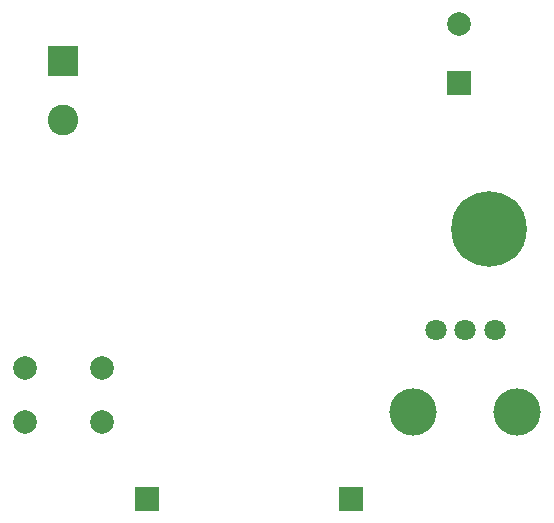
<source format=gbr>
%TF.GenerationSoftware,KiCad,Pcbnew,(6.0.10)*%
%TF.CreationDate,2023-02-14T20:35:35-05:00*%
%TF.ProjectId,starterProject,73746172-7465-4725-9072-6f6a6563742e,rev?*%
%TF.SameCoordinates,Original*%
%TF.FileFunction,Soldermask,Bot*%
%TF.FilePolarity,Negative*%
%FSLAX46Y46*%
G04 Gerber Fmt 4.6, Leading zero omitted, Abs format (unit mm)*
G04 Created by KiCad (PCBNEW (6.0.10)) date 2023-02-14 20:35:35*
%MOMM*%
%LPD*%
G01*
G04 APERTURE LIST*
%ADD10R,2.000000X2.000000*%
%ADD11C,4.000000*%
%ADD12C,1.800000*%
%ADD13C,2.000000*%
%ADD14C,6.400000*%
%ADD15R,2.600000X2.600000*%
%ADD16C,2.600000*%
G04 APERTURE END LIST*
D10*
%TO.C,TP2*%
X132588000Y-99715977D03*
%TD*%
D11*
%TO.C,RV1*%
X137840000Y-92390000D03*
X146640000Y-92390000D03*
D12*
X139740000Y-85390000D03*
X142240000Y-85390000D03*
X144740000Y-85390000D03*
%TD*%
D13*
%TO.C,SW1*%
X111454000Y-93182000D03*
X104954000Y-93182000D03*
X104954000Y-88682000D03*
X111454000Y-88682000D03*
%TD*%
D10*
%TO.C,TP1*%
X115316000Y-99715977D03*
%TD*%
D14*
%TO.C,REF\u002A\u002A*%
X144272000Y-76855977D03*
%TD*%
D15*
%TO.C,J1*%
X108188000Y-62671977D03*
D16*
X108188000Y-67671977D03*
%TD*%
D10*
%TO.C,BZ1*%
X141732000Y-64516000D03*
D13*
X141732000Y-59516000D03*
%TD*%
M02*

</source>
